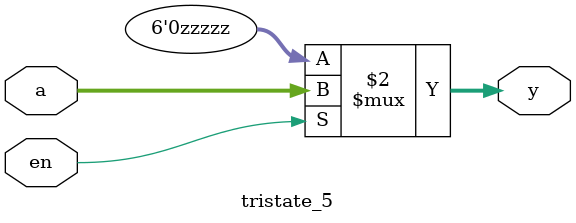
<source format=sv>
module tristate_5(input logic [5:0]a, input logic en, output tri [5:0]y);

assign y = en ? a : 5'bz;

endmodule 
</source>
